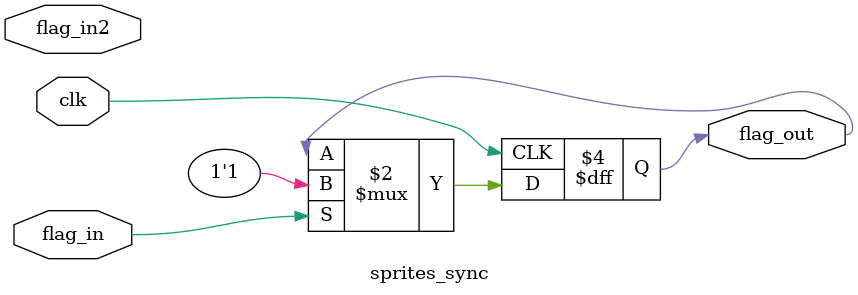
<source format=v>
`timescale 1ns / 1ps
module sprites_sync(
    input clk,
    input flag_in,
	 input flag_in2,
    output reg flag_out
    );

always @(posedge clk)
begin
	
	if(flag_in) flag_out <= 1;
end
endmodule

</source>
